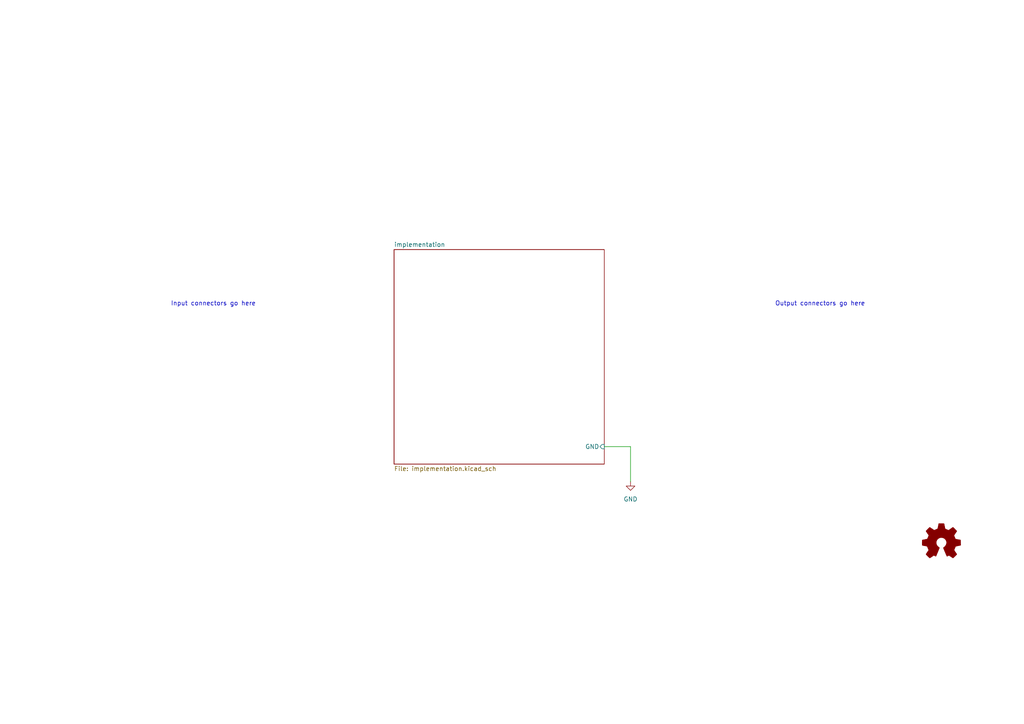
<source format=kicad_sch>
(kicad_sch (version 20230121) (generator eeschema)

  (uuid 57732dd3-1162-4c3f-88bd-31bf473d124d)

  (paper "A4")

  (lib_symbols
    (symbol "Graphic:Logo_Open_Hardware_Small" (pin_names (offset 1.016)) (in_bom yes) (on_board yes)
      (property "Reference" "#LOGO" (at 0 6.985 0)
        (effects (font (size 1.27 1.27)) hide)
      )
      (property "Value" "Logo_Open_Hardware_Small" (at 0 -5.715 0)
        (effects (font (size 1.27 1.27)) hide)
      )
      (property "Footprint" "" (at 0 0 0)
        (effects (font (size 1.27 1.27)) hide)
      )
      (property "Datasheet" "~" (at 0 0 0)
        (effects (font (size 1.27 1.27)) hide)
      )
      (property "ki_keywords" "Logo" (at 0 0 0)
        (effects (font (size 1.27 1.27)) hide)
      )
      (property "ki_description" "Open Hardware logo, small" (at 0 0 0)
        (effects (font (size 1.27 1.27)) hide)
      )
      (symbol "Logo_Open_Hardware_Small_0_1"
        (polyline
          (pts
            (xy 3.3528 -4.3434)
            (xy 3.302 -4.318)
            (xy 3.175 -4.2418)
            (xy 2.9972 -4.1148)
            (xy 2.7686 -3.9624)
            (xy 2.54 -3.81)
            (xy 2.3622 -3.7084)
            (xy 2.2352 -3.6068)
            (xy 2.1844 -3.5814)
            (xy 2.159 -3.6068)
            (xy 2.0574 -3.6576)
            (xy 1.905 -3.7338)
            (xy 1.8034 -3.7846)
            (xy 1.6764 -3.8354)
            (xy 1.6002 -3.8354)
            (xy 1.6002 -3.8354)
            (xy 1.5494 -3.7338)
            (xy 1.4732 -3.5306)
            (xy 1.3462 -3.302)
            (xy 1.2446 -3.0226)
            (xy 1.1176 -2.7178)
            (xy 0.9652 -2.413)
            (xy 0.8636 -2.1082)
            (xy 0.7366 -1.8288)
            (xy 0.6604 -1.6256)
            (xy 0.6096 -1.4732)
            (xy 0.5842 -1.397)
            (xy 0.5842 -1.397)
            (xy 0.6604 -1.3208)
            (xy 0.7874 -1.2446)
            (xy 1.0414 -1.016)
            (xy 1.2954 -0.6858)
            (xy 1.4478 -0.3302)
            (xy 1.524 0.0762)
            (xy 1.4732 0.4572)
            (xy 1.3208 0.8128)
            (xy 1.0668 1.143)
            (xy 0.762 1.3716)
            (xy 0.4064 1.524)
            (xy 0 1.5748)
            (xy -0.381 1.5494)
            (xy -0.7366 1.397)
            (xy -1.0668 1.143)
            (xy -1.2192 0.9906)
            (xy -1.397 0.6604)
            (xy -1.524 0.3048)
            (xy -1.524 0.2286)
            (xy -1.4986 -0.1778)
            (xy -1.397 -0.5334)
            (xy -1.1938 -0.8636)
            (xy -0.9144 -1.143)
            (xy -0.8636 -1.1684)
            (xy -0.7366 -1.27)
            (xy -0.635 -1.3462)
            (xy -0.5842 -1.397)
            (xy -1.0668 -2.5908)
            (xy -1.143 -2.794)
            (xy -1.2954 -3.1242)
            (xy -1.397 -3.4036)
            (xy -1.4986 -3.6322)
            (xy -1.5748 -3.7846)
            (xy -1.6002 -3.8354)
            (xy -1.6002 -3.8354)
            (xy -1.651 -3.8354)
            (xy -1.7272 -3.81)
            (xy -1.905 -3.7338)
            (xy -2.0066 -3.683)
            (xy -2.1336 -3.6068)
            (xy -2.2098 -3.5814)
            (xy -2.2606 -3.6068)
            (xy -2.3622 -3.683)
            (xy -2.54 -3.81)
            (xy -2.7686 -3.9624)
            (xy -2.9718 -4.0894)
            (xy -3.1496 -4.2164)
            (xy -3.302 -4.318)
            (xy -3.3528 -4.3434)
            (xy -3.3782 -4.3434)
            (xy -3.429 -4.318)
            (xy -3.5306 -4.2164)
            (xy -3.7084 -4.064)
            (xy -3.937 -3.8354)
            (xy -3.9624 -3.81)
            (xy -4.1656 -3.6068)
            (xy -4.318 -3.4544)
            (xy -4.4196 -3.3274)
            (xy -4.445 -3.2766)
            (xy -4.445 -3.2766)
            (xy -4.4196 -3.2258)
            (xy -4.318 -3.0734)
            (xy -4.2164 -2.8956)
            (xy -4.064 -2.667)
            (xy -3.6576 -2.0828)
            (xy -3.8862 -1.5494)
            (xy -3.937 -1.3716)
            (xy -4.0386 -1.1684)
            (xy -4.0894 -1.0414)
            (xy -4.1148 -0.9652)
            (xy -4.191 -0.9398)
            (xy -4.318 -0.9144)
            (xy -4.5466 -0.8636)
            (xy -4.8006 -0.8128)
            (xy -5.0546 -0.7874)
            (xy -5.2578 -0.7366)
            (xy -5.4356 -0.7112)
            (xy -5.5118 -0.6858)
            (xy -5.5118 -0.6858)
            (xy -5.5372 -0.635)
            (xy -5.5372 -0.5588)
            (xy -5.5372 -0.4318)
            (xy -5.5626 -0.2286)
            (xy -5.5626 0.0762)
            (xy -5.5626 0.127)
            (xy -5.5372 0.4064)
            (xy -5.5372 0.635)
            (xy -5.5372 0.762)
            (xy -5.5372 0.8382)
            (xy -5.5372 0.8382)
            (xy -5.461 0.8382)
            (xy -5.3086 0.889)
            (xy -5.08 0.9144)
            (xy -4.826 0.9652)
            (xy -4.8006 0.9906)
            (xy -4.5466 1.0414)
            (xy -4.318 1.0668)
            (xy -4.1656 1.1176)
            (xy -4.0894 1.143)
            (xy -4.0894 1.143)
            (xy -4.0386 1.2446)
            (xy -3.9624 1.4224)
            (xy -3.8608 1.6256)
            (xy -3.7846 1.8288)
            (xy -3.7084 2.0066)
            (xy -3.6576 2.159)
            (xy -3.6322 2.2098)
            (xy -3.6322 2.2098)
            (xy -3.683 2.286)
            (xy -3.7592 2.413)
            (xy -3.8862 2.5908)
            (xy -4.064 2.8194)
            (xy -4.064 2.8448)
            (xy -4.2164 3.0734)
            (xy -4.3434 3.2512)
            (xy -4.4196 3.3782)
            (xy -4.445 3.4544)
            (xy -4.445 3.4544)
            (xy -4.3942 3.5052)
            (xy -4.2926 3.6322)
            (xy -4.1148 3.81)
            (xy -3.937 4.0132)
            (xy -3.8608 4.064)
            (xy -3.6576 4.2926)
            (xy -3.5052 4.4196)
            (xy -3.4036 4.4958)
            (xy -3.3528 4.5212)
            (xy -3.3528 4.5212)
            (xy -3.302 4.4704)
            (xy -3.1496 4.3688)
            (xy -2.9718 4.2418)
            (xy -2.7432 4.0894)
            (xy -2.7178 4.0894)
            (xy -2.4892 3.937)
            (xy -2.3114 3.81)
            (xy -2.1844 3.7084)
            (xy -2.1336 3.683)
            (xy -2.1082 3.683)
            (xy -2.032 3.7084)
            (xy -1.8542 3.7592)
            (xy -1.6764 3.8354)
            (xy -1.4732 3.937)
            (xy -1.27 4.0132)
            (xy -1.143 4.064)
            (xy -1.0668 4.1148)
            (xy -1.0668 4.1148)
            (xy -1.0414 4.191)
            (xy -1.016 4.3434)
            (xy -0.9652 4.572)
            (xy -0.9144 4.8514)
            (xy -0.889 4.9022)
            (xy -0.8382 5.1562)
            (xy -0.8128 5.3848)
            (xy -0.7874 5.5372)
            (xy -0.762 5.588)
            (xy -0.7112 5.6134)
            (xy -0.5842 5.6134)
            (xy -0.4064 5.6134)
            (xy -0.1524 5.6134)
            (xy 0.0762 5.6134)
            (xy 0.3302 5.6134)
            (xy 0.5334 5.6134)
            (xy 0.6858 5.588)
            (xy 0.7366 5.588)
            (xy 0.7366 5.588)
            (xy 0.762 5.5118)
            (xy 0.8128 5.334)
            (xy 0.8382 5.1054)
            (xy 0.9144 4.826)
            (xy 0.9144 4.7752)
            (xy 0.9652 4.5212)
            (xy 1.016 4.2926)
            (xy 1.0414 4.1402)
            (xy 1.0668 4.0894)
            (xy 1.0668 4.0894)
            (xy 1.1938 4.0386)
            (xy 1.3716 3.9624)
            (xy 1.5748 3.8608)
            (xy 2.0828 3.6576)
            (xy 2.7178 4.0894)
            (xy 2.7686 4.1402)
            (xy 2.9972 4.2926)
            (xy 3.175 4.4196)
            (xy 3.302 4.4958)
            (xy 3.3782 4.5212)
            (xy 3.3782 4.5212)
            (xy 3.429 4.4704)
            (xy 3.556 4.3434)
            (xy 3.7338 4.191)
            (xy 3.9116 3.9878)
            (xy 4.064 3.8354)
            (xy 4.2418 3.6576)
            (xy 4.3434 3.556)
            (xy 4.4196 3.4798)
            (xy 4.4196 3.429)
            (xy 4.4196 3.4036)
            (xy 4.3942 3.3274)
            (xy 4.2926 3.2004)
            (xy 4.1656 2.9972)
            (xy 4.0132 2.794)
            (xy 3.8862 2.5908)
            (xy 3.7592 2.3876)
            (xy 3.6576 2.2352)
            (xy 3.6322 2.159)
            (xy 3.6322 2.1336)
            (xy 3.683 2.0066)
            (xy 3.7592 1.8288)
            (xy 3.8608 1.6002)
            (xy 4.064 1.1176)
            (xy 4.3942 1.0414)
            (xy 4.5974 1.016)
            (xy 4.8768 0.9652)
            (xy 5.1308 0.9144)
            (xy 5.5372 0.8382)
            (xy 5.5626 -0.6604)
            (xy 5.4864 -0.6858)
            (xy 5.4356 -0.6858)
            (xy 5.2832 -0.7366)
            (xy 5.0546 -0.762)
            (xy 4.8006 -0.8128)
            (xy 4.5974 -0.8636)
            (xy 4.3688 -0.9144)
            (xy 4.2164 -0.9398)
            (xy 4.1402 -0.9398)
            (xy 4.1148 -0.9652)
            (xy 4.064 -1.0668)
            (xy 3.9878 -1.2446)
            (xy 3.9116 -1.4478)
            (xy 3.81 -1.651)
            (xy 3.7338 -1.8542)
            (xy 3.683 -2.0066)
            (xy 3.6576 -2.0828)
            (xy 3.683 -2.1336)
            (xy 3.7846 -2.2606)
            (xy 3.8862 -2.4638)
            (xy 4.0386 -2.667)
            (xy 4.191 -2.8956)
            (xy 4.318 -3.0734)
            (xy 4.3942 -3.2004)
            (xy 4.445 -3.2766)
            (xy 4.4196 -3.3274)
            (xy 4.3434 -3.429)
            (xy 4.1656 -3.5814)
            (xy 3.937 -3.8354)
            (xy 3.8862 -3.8608)
            (xy 3.683 -4.064)
            (xy 3.5306 -4.2164)
            (xy 3.4036 -4.318)
            (xy 3.3528 -4.3434)
          )
          (stroke (width 0) (type default))
          (fill (type outline))
        )
      )
    )
    (symbol "power:GND" (power) (pin_names (offset 0)) (in_bom yes) (on_board yes)
      (property "Reference" "#PWR" (at 0 -6.35 0)
        (effects (font (size 1.27 1.27)) hide)
      )
      (property "Value" "GND" (at 0 -3.81 0)
        (effects (font (size 1.27 1.27)))
      )
      (property "Footprint" "" (at 0 0 0)
        (effects (font (size 1.27 1.27)) hide)
      )
      (property "Datasheet" "" (at 0 0 0)
        (effects (font (size 1.27 1.27)) hide)
      )
      (property "ki_keywords" "power-flag" (at 0 0 0)
        (effects (font (size 1.27 1.27)) hide)
      )
      (property "ki_description" "Power symbol creates a global label with name \"GND\" , ground" (at 0 0 0)
        (effects (font (size 1.27 1.27)) hide)
      )
      (symbol "GND_0_1"
        (polyline
          (pts
            (xy 0 0)
            (xy 0 -1.27)
            (xy 1.27 -1.27)
            (xy 0 -2.54)
            (xy -1.27 -1.27)
            (xy 0 -1.27)
          )
          (stroke (width 0) (type default))
          (fill (type none))
        )
      )
      (symbol "GND_1_1"
        (pin power_in line (at 0 0 270) (length 0) hide
          (name "GND" (effects (font (size 1.27 1.27))))
          (number "1" (effects (font (size 1.27 1.27))))
        )
      )
    )
  )


  (wire (pts (xy 182.88 129.54) (xy 182.88 139.7))
    (stroke (width 0) (type default))
    (uuid 5a1fc14d-1d6f-444c-82b2-77ce3f0eeb3f)
  )
  (wire (pts (xy 175.26 129.54) (xy 182.88 129.54))
    (stroke (width 0) (type default))
    (uuid b5f50e6e-6728-4454-96f5-44e0bc388ce5)
  )

  (text "Output connectors go here" (at 224.79 88.9 0)
    (effects (font (size 1.27 1.27)) (justify left bottom))
    (uuid 5620d6a8-2b90-4d3e-a8eb-4e9166cf894c)
  )
  (text "Input connectors go here" (at 49.53 88.9 0)
    (effects (font (size 1.27 1.27)) (justify left bottom))
    (uuid 5f8ce505-fe81-4f0d-a4d4-c49a61dc12de)
  )

  (symbol (lib_id "power:GND") (at 182.88 139.7 0) (unit 1)
    (in_bom yes) (on_board yes) (dnp no) (fields_autoplaced)
    (uuid 971afa99-5d33-4a72-a8e1-edd3c45138ed)
    (property "Reference" "#PWR?" (at 182.88 146.05 0)
      (effects (font (size 1.27 1.27)) hide)
    )
    (property "Value" "GND" (at 182.88 144.78 0)
      (effects (font (size 1.27 1.27)))
    )
    (property "Footprint" "" (at 182.88 139.7 0)
      (effects (font (size 1.27 1.27)) hide)
    )
    (property "Datasheet" "" (at 182.88 139.7 0)
      (effects (font (size 1.27 1.27)) hide)
    )
    (pin "1" (uuid 0e12e353-ffd6-4e27-8957-653e209f57b0))
    (instances
      (project "board"
        (path "/57732dd3-1162-4c3f-88bd-31bf473d124d"
          (reference "#PWR?") (unit 1)
        )
      )
    )
  )

  (symbol (lib_id "Graphic:Logo_Open_Hardware_Small") (at 273.05 157.48 0) (unit 1)
    (in_bom yes) (on_board yes) (dnp no) (fields_autoplaced)
    (uuid b72b6f4a-7489-40f2-bb90-d75ae01aa368)
    (property "Reference" "LOGO1" (at 273.05 150.495 0)
      (effects (font (size 1.27 1.27)) hide)
    )
    (property "Value" "Logo_Open_Hardware_Small" (at 273.05 163.195 0)
      (effects (font (size 1.27 1.27)) hide)
    )
    (property "Footprint" "Symbol:OSHW-Symbol_6.7x6mm_SilkScreen" (at 273.05 157.48 0)
      (effects (font (size 1.27 1.27)) hide)
    )
    (property "Datasheet" "~" (at 273.05 157.48 0)
      (effects (font (size 1.27 1.27)) hide)
    )
    (instances
      (project "board"
        (path "/57732dd3-1162-4c3f-88bd-31bf473d124d"
          (reference "LOGO1") (unit 1)
        )
      )
    )
  )

  (sheet (at 114.3 72.39) (size 60.96 62.23) (fields_autoplaced)
    (stroke (width 0.1524) (type solid))
    (fill (color 0 0 0 0.0000))
    (uuid 767ce4c6-0e55-4543-92f0-34cb8237a544)
    (property "Sheetname" "implementation" (at 114.3 71.6784 0)
      (effects (font (size 1.27 1.27)) (justify left bottom))
    )
    (property "Sheetfile" "implementation.kicad_sch" (at 114.3 135.2046 0)
      (effects (font (size 1.27 1.27)) (justify left top))
    )
    (pin "GND" input (at 175.26 129.54 0)
      (effects (font (size 1.27 1.27)) (justify right))
      (uuid 466cf29f-04d2-4303-aa26-8ec28548d2f2)
    )
    (instances
      (project "board"
        (path "/57732dd3-1162-4c3f-88bd-31bf473d124d" (page "2"))
      )
    )
  )

  (sheet_instances
    (path "/" (page "1"))
  )
)

</source>
